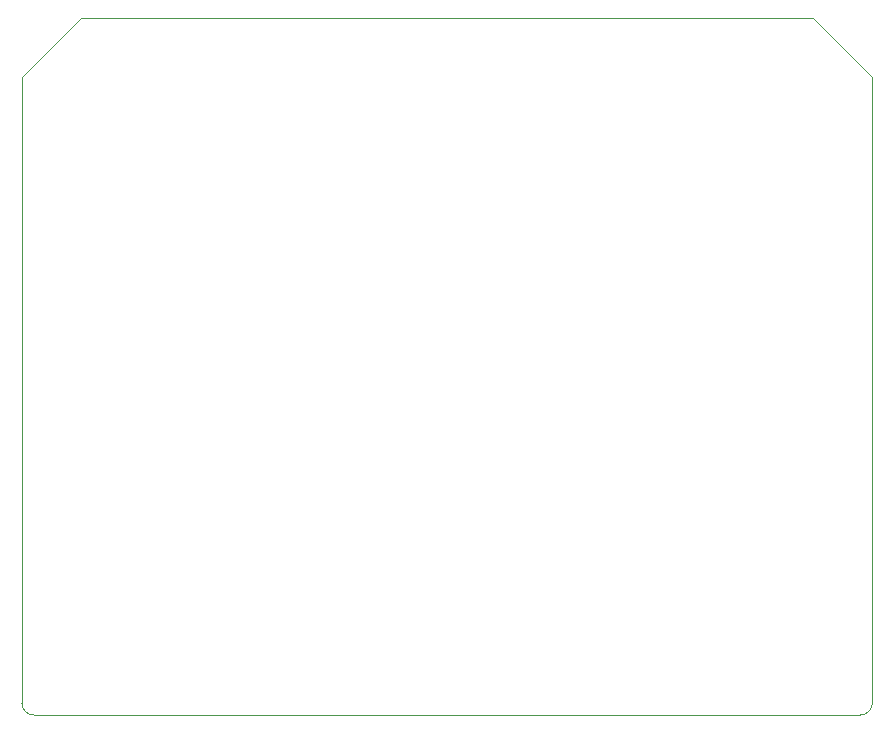
<source format=gm1>
G04 #@! TF.FileFunction,Profile,NP*
%FSLAX46Y46*%
G04 Gerber Fmt 4.6, Leading zero omitted, Abs format (unit mm)*
G04 Created by KiCad (PCBNEW 4.0.3+e1-6302~38~ubuntu16.04.1-stable) date Sun Aug 21 21:36:11 2016*
%MOMM*%
%LPD*%
G01*
G04 APERTURE LIST*
%ADD10C,0.100000*%
G04 APERTURE END LIST*
D10*
X132000000Y-75000000D02*
X194000000Y-75000000D01*
X127000000Y-80000000D02*
X132000000Y-75000000D01*
X199000000Y-80000000D02*
X194000000Y-75000000D01*
X128000000Y-134000000D02*
X198000000Y-134000000D01*
X127000000Y-133000000D02*
G75*
G03X128000000Y-134000000I1000000J0D01*
G01*
X199000000Y-133000000D02*
G75*
G02X198000000Y-134000000I-1000000J0D01*
G01*
X127000000Y-80000000D02*
X127000000Y-133000000D01*
X199000000Y-80000000D02*
X199000000Y-133000000D01*
M02*

</source>
